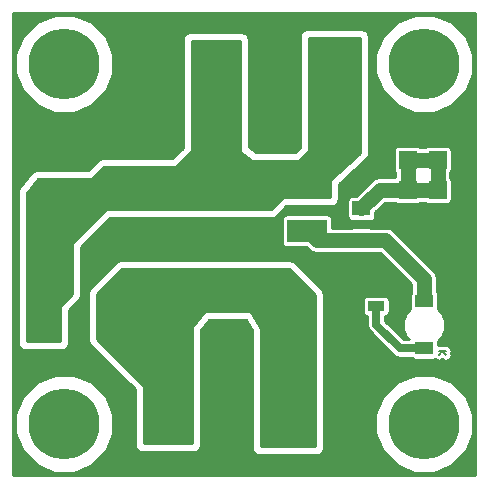
<source format=gbr>
G04 #@! TF.GenerationSoftware,KiCad,Pcbnew,(2017-02-05 revision 431abcf)-makepkg*
G04 #@! TF.CreationDate,2017-03-30T09:03:45+02:00*
G04 #@! TF.ProjectId,UNIPOWER06A,554E49504F5745523036412E6B696361,rev?*
G04 #@! TF.FileFunction,Copper,L2,Bot,Signal*
G04 #@! TF.FilePolarity,Positive*
%FSLAX46Y46*%
G04 Gerber Fmt 4.6, Leading zero omitted, Abs format (unit mm)*
G04 Created by KiCad (PCBNEW (2017-02-05 revision 431abcf)-makepkg) date 03/30/17 09:03:45*
%MOMM*%
%LPD*%
G01*
G04 APERTURE LIST*
%ADD10C,0.300000*%
%ADD11C,0.150000*%
%ADD12C,6.000000*%
%ADD13R,1.500000X1.300000*%
%ADD14R,3.000000X0.700000*%
%ADD15R,2.301240X2.499360*%
%ADD16R,3.810000X3.810000*%
%ADD17R,1.397000X0.889000*%
%ADD18R,1.500000X1.050000*%
%ADD19R,3.400000X1.900000*%
%ADD20R,1.524000X1.524000*%
%ADD21C,0.800000*%
%ADD22C,0.200000*%
%ADD23C,0.700000*%
%ADD24C,1.300000*%
%ADD25C,0.254000*%
G04 APERTURE END LIST*
D10*
D11*
X37066220Y11247120D02*
X37371020Y10927080D01*
X37081460Y11209020D02*
X36809680Y10934700D01*
X36809680Y11239500D02*
X37378640Y11244580D01*
D12*
X35560000Y35560000D03*
X35560000Y5080000D03*
X5080000Y35560000D03*
X5080000Y5080000D03*
D13*
X30226000Y20621000D03*
D14*
X30226000Y21971000D03*
D13*
X30226000Y23321000D03*
D15*
X5334000Y23759160D03*
X5334000Y28056840D03*
D16*
X13843000Y10414000D03*
X13843000Y5414000D03*
X18923000Y5414000D03*
X18923000Y10414000D03*
X24003000Y10414000D03*
X24003000Y5414000D03*
X29083000Y5414000D03*
X29083000Y10414000D03*
X17907000Y30480000D03*
X17907000Y35480000D03*
X12827000Y35480000D03*
X12827000Y30480000D03*
X22987000Y30480000D03*
X22987000Y35480000D03*
D17*
X31496000Y16954500D03*
X31496000Y15049500D03*
D18*
X35560000Y15462000D03*
X35560000Y11462000D03*
D19*
X25654000Y21418000D03*
X25654000Y25318000D03*
D16*
X28067000Y35480000D03*
X28067000Y30480000D03*
D20*
X36703000Y22352000D03*
X34163000Y22352000D03*
X36703000Y24892000D03*
X34163000Y24892000D03*
X36703000Y27432000D03*
X34163000Y27432000D03*
X36703000Y29972000D03*
X34163000Y29972000D03*
D21*
X31750000Y29210000D03*
X33020000Y31750000D03*
X32258000Y27686000D03*
X31242002Y27685998D03*
X38608000Y28448000D03*
X38608000Y29972000D03*
X38608000Y31242000D03*
X38608000Y22352000D03*
X38608000Y21082000D03*
X37846000Y20320000D03*
X36576000Y20320000D03*
X35306000Y20320000D03*
X27686000Y14732000D03*
X28702000Y14732000D03*
X29718000Y14732000D03*
X29718000Y13462000D03*
X28702000Y13462000D03*
X27686000Y13462000D03*
X14732000Y38608000D03*
X13716000Y38608000D03*
X12700000Y38608000D03*
X10668000Y38608000D03*
X24384000Y38608010D03*
X23368000Y38608000D03*
X22352000Y38608000D03*
X21336000Y33020000D03*
X22352000Y33020000D03*
X23368000Y33020000D03*
X24384000Y33020000D03*
X21336000Y38608000D03*
X8890012Y32004000D03*
X9906000Y32004006D03*
X8890000Y28194000D03*
X8890000Y29464000D03*
X8890000Y30734000D03*
X9906000Y30734000D03*
X9906000Y29464000D03*
X9906000Y28194000D03*
X14224000Y33020000D03*
X11176000Y33020000D03*
X12192000Y33020000D03*
X13208000Y32994000D03*
X11684000Y38608000D03*
X27432000Y2540000D03*
X28702000Y2540000D03*
X29972000Y2540000D03*
X30988000Y2540000D03*
X27432000Y7874000D03*
X28447994Y7874000D03*
X29718000Y7874000D03*
X30988000Y7874000D03*
X18288000Y2540000D03*
X19558000Y2540000D03*
X20574000Y2540000D03*
X20320000Y13208000D03*
X19304000Y13208000D03*
X18288000Y13208000D03*
X17272000Y13208000D03*
X17272000Y7874002D03*
X18288000Y7874000D03*
X19558000Y7874000D03*
X20574000Y7874000D03*
X17018000Y2540006D03*
X5334000Y20574000D03*
X4318000Y20574000D03*
X3302000Y20574000D03*
X2286000Y20574000D03*
X5334000Y19558000D03*
X4318000Y19558000D03*
X3302000Y19558000D03*
X2286000Y19558000D03*
X5334000Y16510000D03*
X5334000Y17526000D03*
X5334000Y18542000D03*
X4318000Y18542000D03*
X3302000Y18542000D03*
X2286000Y18542000D03*
X2286000Y17526000D03*
X3302000Y17526000D03*
X4318000Y17526000D03*
X4318000Y16510000D03*
X3302000Y16510000D03*
X2286000Y16510000D03*
X13208000Y13208000D03*
X12191980Y13208000D03*
X11176000Y12192000D03*
X11176000Y13208000D03*
X12192000Y15240000D03*
X12192000Y14224000D03*
X11176000Y14224000D03*
X14732000Y12954000D03*
X13970000Y13716000D03*
X13208000Y14478000D03*
X11176000Y15240000D03*
D22*
X31750000Y29718000D02*
X31750000Y29210000D01*
X32258000Y30226000D02*
X31750000Y29718000D01*
X32258000Y27686000D02*
X32258000Y30226000D01*
X33347000Y31750000D02*
X33020000Y31750000D01*
X34163000Y30934000D02*
X33347000Y31750000D01*
X34163000Y29972000D02*
X34163000Y30934000D01*
X38608000Y29972000D02*
X38608000Y28448000D01*
X36703000Y29972000D02*
X36703000Y30934000D01*
X36703000Y30934000D02*
X37011000Y31242000D01*
X37011000Y31242000D02*
X38608000Y31242000D01*
X37846000Y20320000D02*
X38608000Y21082000D01*
X35306000Y20320000D02*
X36576000Y20320000D01*
X28702000Y14732000D02*
X27686000Y14732000D01*
X29718000Y13462000D02*
X29718000Y14732000D01*
X27686000Y13462000D02*
X28702000Y13462000D01*
X12700000Y38608000D02*
X13716000Y38608000D01*
X11684000Y38608000D02*
X10668000Y38608000D01*
X24383990Y38608000D02*
X24384000Y38608010D01*
X23368000Y38608000D02*
X24383990Y38608000D01*
X21336000Y38608000D02*
X22352000Y38608000D01*
X22352000Y33020000D02*
X21336000Y33020000D01*
X24384000Y33020000D02*
X23368000Y33020000D01*
X8890000Y32003988D02*
X8890012Y32004000D01*
X8890000Y30734000D02*
X8890000Y32003988D01*
X9906000Y30734000D02*
X9906000Y32004006D01*
X8890000Y29464000D02*
X8890000Y28194000D01*
X9906000Y28194000D02*
X9906000Y29464000D01*
X14198000Y32994000D02*
X14224000Y33020000D01*
X13208000Y32994000D02*
X14198000Y32994000D01*
X13208000Y32994000D02*
X12218000Y32994000D01*
X12218000Y32994000D02*
X12192000Y33020000D01*
X12827000Y33375000D02*
X13208000Y32994000D01*
X12827000Y35480000D02*
X12827000Y33375000D01*
X30306000Y5414000D02*
X27831999Y2939999D01*
X30353000Y5414000D02*
X30306000Y5414000D01*
X27831999Y2939999D02*
X27432000Y2540000D01*
X29972000Y2540000D02*
X28702000Y2540000D01*
X30988000Y2540000D02*
X29972000Y2540000D01*
X28447994Y7874000D02*
X27432000Y7874000D01*
X30988000Y7874000D02*
X29718000Y7874000D01*
X19558000Y2540000D02*
X18288000Y2540000D01*
X19304000Y13208000D02*
X20320000Y13208000D01*
X17272000Y13208000D02*
X18288000Y13208000D01*
X17272002Y7874000D02*
X17272000Y7874002D01*
X18288000Y7874000D02*
X17272002Y7874000D01*
X17018000Y6604000D02*
X17888001Y7474001D01*
X17888001Y7474001D02*
X18288000Y7874000D01*
X17018000Y2540006D02*
X17018000Y6604000D01*
X19558000Y7874000D02*
X18288000Y7874000D01*
D10*
X4318000Y20574000D02*
X5334000Y20574000D01*
X2286000Y20574000D02*
X3302000Y20574000D01*
X4318000Y19558000D02*
X5334000Y19558000D01*
X2286000Y19558000D02*
X3302000Y19558000D01*
X5334000Y17526000D02*
X5334000Y16510000D01*
X4318000Y18542000D02*
X5334000Y18542000D01*
X2286000Y18542000D02*
X3302000Y18542000D01*
X3302000Y17526000D02*
X2286000Y17526000D01*
X4318000Y16510000D02*
X4318000Y17526000D01*
X2286000Y16510000D02*
X3302000Y16510000D01*
D23*
X33496000Y11462000D02*
X31496000Y13462000D01*
X31496000Y13462000D02*
X31496000Y15049500D01*
X35560000Y11462000D02*
X33496000Y11462000D01*
D24*
X30226000Y20621000D02*
X32276000Y20621000D01*
X32276000Y20621000D02*
X35560000Y17337000D01*
X35560000Y17337000D02*
X35560000Y15662001D01*
X25654000Y21418000D02*
X26451000Y20621000D01*
X26451000Y20621000D02*
X30226000Y20621000D01*
X36703000Y27432000D02*
X36703000Y24892000D01*
X34163000Y27432000D02*
X36703000Y27432000D01*
X34163000Y24892000D02*
X34163000Y27432000D01*
X34163000Y24892000D02*
X36703000Y24892000D01*
X30226000Y23321000D02*
X31797000Y24892000D01*
X31797000Y24892000D02*
X34163000Y24892000D01*
D10*
X12445980Y12954000D02*
X12191980Y13208000D01*
X14732000Y12954000D02*
X12445980Y12954000D01*
X11176000Y12757685D02*
X11176000Y12192000D01*
X10979685Y12954000D02*
X11176000Y12757685D01*
X11176000Y13208000D02*
X11176000Y12192000D01*
X10922000Y12954000D02*
X10979685Y12954000D01*
X11176000Y15240000D02*
X12192000Y15240000D01*
X11176000Y14224000D02*
X12192000Y14224000D01*
X13208000Y14478000D02*
X13970000Y13716000D01*
D25*
G36*
X39884000Y756000D02*
X756000Y756000D01*
X756000Y4262690D01*
X952285Y4262690D01*
X1579259Y2745296D01*
X2739190Y1583340D01*
X4255487Y953718D01*
X5897310Y952285D01*
X7414704Y1579259D01*
X8576660Y2739190D01*
X9206282Y4255487D01*
X9207715Y5897310D01*
X8580741Y7414704D01*
X7420810Y8576660D01*
X5904513Y9206282D01*
X4262690Y9207715D01*
X2745296Y8580741D01*
X1583340Y7420810D01*
X953718Y5904513D01*
X952285Y4262690D01*
X756000Y4262690D01*
X756000Y24638000D01*
X1143000Y24638000D01*
X1143000Y11938000D01*
X1191336Y11694996D01*
X1328987Y11488987D01*
X1534996Y11351336D01*
X1778000Y11303000D01*
X4826000Y11303000D01*
X5069004Y11351336D01*
X5275013Y11488987D01*
X5412664Y11694996D01*
X5461000Y11938000D01*
X5461000Y14722974D01*
X6291013Y15552987D01*
X6428664Y15758996D01*
X6477000Y16002000D01*
X6477000Y16129000D01*
X7112000Y16129000D01*
X7112000Y12192000D01*
X7160336Y11948996D01*
X7297987Y11742987D01*
X11049000Y7991974D01*
X11049000Y3302000D01*
X11097336Y3058996D01*
X11234987Y2852987D01*
X11440996Y2715336D01*
X11684000Y2667000D01*
X16002000Y2667000D01*
X16245004Y2715336D01*
X16451013Y2852987D01*
X16588664Y3058996D01*
X16637000Y3302000D01*
X16637000Y12985254D01*
X17323197Y13843000D01*
X20468469Y13843000D01*
X20955000Y13032115D01*
X20955000Y3048000D01*
X21003336Y2804996D01*
X21140987Y2598987D01*
X21346996Y2461336D01*
X21590000Y2413000D01*
X26416000Y2413000D01*
X26659004Y2461336D01*
X26865013Y2598987D01*
X27002664Y2804996D01*
X27051000Y3048000D01*
X27051000Y4262690D01*
X31432285Y4262690D01*
X32059259Y2745296D01*
X33219190Y1583340D01*
X34735487Y953718D01*
X36377310Y952285D01*
X37894704Y1579259D01*
X39056660Y2739190D01*
X39686282Y4255487D01*
X39687715Y5897310D01*
X39060741Y7414704D01*
X37900810Y8576660D01*
X36384513Y9206282D01*
X34742690Y9207715D01*
X33225296Y8580741D01*
X32063340Y7420810D01*
X31433718Y5904513D01*
X31432285Y4262690D01*
X27051000Y4262690D01*
X27051000Y16002000D01*
X27002664Y16245004D01*
X26865013Y16451013D01*
X24579013Y18737013D01*
X24373004Y18874664D01*
X24130000Y18923000D01*
X9906000Y18923000D01*
X9662996Y18874664D01*
X9456987Y18737013D01*
X7297987Y16578013D01*
X7160336Y16372004D01*
X7112000Y16129000D01*
X6477000Y16129000D01*
X6477000Y20056974D01*
X8788026Y22368000D01*
X23518635Y22368000D01*
X23518635Y20468000D01*
X23551775Y20301393D01*
X23646150Y20160150D01*
X23787393Y20065775D01*
X23954000Y20032635D01*
X25516257Y20032635D01*
X25689446Y19859446D01*
X26038850Y19625982D01*
X26451000Y19544000D01*
X29433946Y19544000D01*
X29476000Y19535635D01*
X30976000Y19535635D01*
X31018054Y19544000D01*
X31829892Y19544000D01*
X34483000Y16890892D01*
X34483000Y16266190D01*
X34407775Y16153607D01*
X34374635Y15987000D01*
X34374635Y14937000D01*
X34399102Y14813993D01*
X34054412Y14469904D01*
X33783310Y13817018D01*
X33782693Y13110084D01*
X34052655Y12456726D01*
X34270001Y12239000D01*
X33817844Y12239000D01*
X32273000Y13783844D01*
X32273000Y14185250D01*
X32361107Y14202775D01*
X32502350Y14297150D01*
X32596725Y14438393D01*
X32629865Y14605000D01*
X32629865Y15494000D01*
X32596725Y15660607D01*
X32502350Y15801850D01*
X32361107Y15896225D01*
X32194500Y15929365D01*
X30797500Y15929365D01*
X30630893Y15896225D01*
X30489650Y15801850D01*
X30395275Y15660607D01*
X30362135Y15494000D01*
X30362135Y14605000D01*
X30395275Y14438393D01*
X30489650Y14297150D01*
X30630893Y14202775D01*
X30719000Y14185250D01*
X30719000Y13462000D01*
X30778146Y13164655D01*
X30946578Y12912578D01*
X32946578Y10912578D01*
X33198655Y10744146D01*
X33496000Y10685000D01*
X34464832Y10685000D01*
X34502150Y10629150D01*
X34643393Y10534775D01*
X34810000Y10501635D01*
X36310000Y10501635D01*
X36476607Y10534775D01*
X36499111Y10549811D01*
X36619732Y10470024D01*
X36812015Y10432705D01*
X37003943Y10471811D01*
X37084850Y10526417D01*
X37167661Y10468114D01*
X37358780Y10425229D01*
X37551762Y10458746D01*
X37717227Y10563563D01*
X37829986Y10723721D01*
X37872871Y10914840D01*
X37846276Y11067965D01*
X37880620Y11249062D01*
X37840695Y11440820D01*
X37730425Y11602703D01*
X37566599Y11710065D01*
X37374158Y11746560D01*
X37100109Y11744113D01*
X37078460Y11748971D01*
X37047801Y11743646D01*
X36805198Y11741480D01*
X36745365Y11729022D01*
X36745365Y11987000D01*
X36720898Y12110007D01*
X37065588Y12454096D01*
X37336690Y13106982D01*
X37337307Y13813916D01*
X37067345Y14467274D01*
X36720953Y14814272D01*
X36745365Y14937000D01*
X36745365Y15987000D01*
X36712225Y16153607D01*
X36637000Y16266190D01*
X36637000Y17337000D01*
X36555018Y17749150D01*
X36321554Y18098554D01*
X33037554Y21382554D01*
X32688150Y21616018D01*
X32276000Y21698000D01*
X31018054Y21698000D01*
X30976000Y21706365D01*
X29476000Y21706365D01*
X29433946Y21698000D01*
X27789365Y21698000D01*
X27789365Y22368000D01*
X27756225Y22534607D01*
X27661850Y22675850D01*
X27520607Y22770225D01*
X27354000Y22803365D01*
X23954000Y22803365D01*
X23787393Y22770225D01*
X23646150Y22675850D01*
X23551775Y22534607D01*
X23518635Y22368000D01*
X8788026Y22368000D01*
X8899026Y22479000D01*
X22606000Y22479000D01*
X22849004Y22527336D01*
X23055013Y22664987D01*
X23885026Y23495000D01*
X27686000Y23495000D01*
X27929004Y23543336D01*
X28135013Y23680987D01*
X28272664Y23886996D01*
X28289373Y23971000D01*
X29040635Y23971000D01*
X29040635Y22671000D01*
X29073775Y22504393D01*
X29168150Y22363150D01*
X29309393Y22268775D01*
X29476000Y22235635D01*
X30976000Y22235635D01*
X31142607Y22268775D01*
X31283850Y22363150D01*
X31378225Y22504393D01*
X31411365Y22671000D01*
X31411365Y22983257D01*
X32243108Y23815000D01*
X33103851Y23815000D01*
X33234393Y23727775D01*
X33401000Y23694635D01*
X34925000Y23694635D01*
X35091607Y23727775D01*
X35222149Y23815000D01*
X35643851Y23815000D01*
X35774393Y23727775D01*
X35941000Y23694635D01*
X37465000Y23694635D01*
X37631607Y23727775D01*
X37772850Y23822150D01*
X37867225Y23963393D01*
X37900365Y24130000D01*
X37900365Y25654000D01*
X37867225Y25820607D01*
X37780000Y25951149D01*
X37780000Y26372851D01*
X37867225Y26503393D01*
X37900365Y26670000D01*
X37900365Y28194000D01*
X37867225Y28360607D01*
X37772850Y28501850D01*
X37631607Y28596225D01*
X37465000Y28629365D01*
X35941000Y28629365D01*
X35774393Y28596225D01*
X35643851Y28509000D01*
X35222149Y28509000D01*
X35091607Y28596225D01*
X34925000Y28629365D01*
X33401000Y28629365D01*
X33234393Y28596225D01*
X33093150Y28501850D01*
X32998775Y28360607D01*
X32965635Y28194000D01*
X32965635Y26670000D01*
X32998775Y26503393D01*
X33086000Y26372851D01*
X33086000Y25969000D01*
X31797000Y25969000D01*
X31384850Y25887018D01*
X31035446Y25653554D01*
X29788257Y24406365D01*
X29476000Y24406365D01*
X29309393Y24373225D01*
X29168150Y24278850D01*
X29073775Y24137607D01*
X29040635Y23971000D01*
X28289373Y23971000D01*
X28321000Y24130000D01*
X28321000Y25371194D01*
X30650793Y27468008D01*
X30812664Y27696996D01*
X30861000Y27940000D01*
X30861000Y34742690D01*
X31432285Y34742690D01*
X32059259Y33225296D01*
X33219190Y32063340D01*
X34735487Y31433718D01*
X36377310Y31432285D01*
X37894704Y32059259D01*
X39056660Y33219190D01*
X39686282Y34735487D01*
X39687715Y36377310D01*
X39060741Y37894704D01*
X37900810Y39056660D01*
X36384513Y39686282D01*
X34742690Y39687715D01*
X33225296Y39060741D01*
X32063340Y37900810D01*
X31433718Y36384513D01*
X31432285Y34742690D01*
X30861000Y34742690D01*
X30861000Y37846000D01*
X30812664Y38089004D01*
X30675013Y38295013D01*
X30469004Y38432664D01*
X30226000Y38481000D01*
X25654000Y38481000D01*
X25410996Y38432664D01*
X25204987Y38295013D01*
X25067336Y38089004D01*
X25019000Y37846000D01*
X25019000Y28457026D01*
X24628974Y28067000D01*
X21293667Y28067000D01*
X20701000Y28511500D01*
X20701000Y37592000D01*
X20652664Y37835004D01*
X20515013Y38041013D01*
X20309004Y38178664D01*
X20066000Y38227000D01*
X15748000Y38227000D01*
X15504996Y38178664D01*
X15298987Y38041013D01*
X15161336Y37835004D01*
X15113000Y37592000D01*
X15113000Y28457026D01*
X14214974Y27559000D01*
X8382000Y27559000D01*
X8138996Y27510664D01*
X7932987Y27373013D01*
X7102974Y26543000D01*
X2794000Y26543000D01*
X2487696Y26464240D01*
X2298148Y26304681D01*
X1282148Y25034681D01*
X1191336Y24881004D01*
X1143000Y24638000D01*
X756000Y24638000D01*
X756000Y34742690D01*
X952285Y34742690D01*
X1579259Y33225296D01*
X2739190Y32063340D01*
X4255487Y31433718D01*
X5897310Y31432285D01*
X7414704Y32059259D01*
X8576660Y33219190D01*
X9206282Y34735487D01*
X9207715Y36377310D01*
X8580741Y37894704D01*
X7420810Y39056660D01*
X5904513Y39686282D01*
X4262690Y39687715D01*
X2745296Y39060741D01*
X1583340Y37900810D01*
X953718Y36384513D01*
X952285Y34742690D01*
X756000Y34742690D01*
X756000Y39884000D01*
X39884000Y39884000D01*
X39884000Y756000D01*
X39884000Y756000D01*
G37*
X39884000Y756000D02*
X756000Y756000D01*
X756000Y4262690D01*
X952285Y4262690D01*
X1579259Y2745296D01*
X2739190Y1583340D01*
X4255487Y953718D01*
X5897310Y952285D01*
X7414704Y1579259D01*
X8576660Y2739190D01*
X9206282Y4255487D01*
X9207715Y5897310D01*
X8580741Y7414704D01*
X7420810Y8576660D01*
X5904513Y9206282D01*
X4262690Y9207715D01*
X2745296Y8580741D01*
X1583340Y7420810D01*
X953718Y5904513D01*
X952285Y4262690D01*
X756000Y4262690D01*
X756000Y24638000D01*
X1143000Y24638000D01*
X1143000Y11938000D01*
X1191336Y11694996D01*
X1328987Y11488987D01*
X1534996Y11351336D01*
X1778000Y11303000D01*
X4826000Y11303000D01*
X5069004Y11351336D01*
X5275013Y11488987D01*
X5412664Y11694996D01*
X5461000Y11938000D01*
X5461000Y14722974D01*
X6291013Y15552987D01*
X6428664Y15758996D01*
X6477000Y16002000D01*
X6477000Y16129000D01*
X7112000Y16129000D01*
X7112000Y12192000D01*
X7160336Y11948996D01*
X7297987Y11742987D01*
X11049000Y7991974D01*
X11049000Y3302000D01*
X11097336Y3058996D01*
X11234987Y2852987D01*
X11440996Y2715336D01*
X11684000Y2667000D01*
X16002000Y2667000D01*
X16245004Y2715336D01*
X16451013Y2852987D01*
X16588664Y3058996D01*
X16637000Y3302000D01*
X16637000Y12985254D01*
X17323197Y13843000D01*
X20468469Y13843000D01*
X20955000Y13032115D01*
X20955000Y3048000D01*
X21003336Y2804996D01*
X21140987Y2598987D01*
X21346996Y2461336D01*
X21590000Y2413000D01*
X26416000Y2413000D01*
X26659004Y2461336D01*
X26865013Y2598987D01*
X27002664Y2804996D01*
X27051000Y3048000D01*
X27051000Y4262690D01*
X31432285Y4262690D01*
X32059259Y2745296D01*
X33219190Y1583340D01*
X34735487Y953718D01*
X36377310Y952285D01*
X37894704Y1579259D01*
X39056660Y2739190D01*
X39686282Y4255487D01*
X39687715Y5897310D01*
X39060741Y7414704D01*
X37900810Y8576660D01*
X36384513Y9206282D01*
X34742690Y9207715D01*
X33225296Y8580741D01*
X32063340Y7420810D01*
X31433718Y5904513D01*
X31432285Y4262690D01*
X27051000Y4262690D01*
X27051000Y16002000D01*
X27002664Y16245004D01*
X26865013Y16451013D01*
X24579013Y18737013D01*
X24373004Y18874664D01*
X24130000Y18923000D01*
X9906000Y18923000D01*
X9662996Y18874664D01*
X9456987Y18737013D01*
X7297987Y16578013D01*
X7160336Y16372004D01*
X7112000Y16129000D01*
X6477000Y16129000D01*
X6477000Y20056974D01*
X8788026Y22368000D01*
X23518635Y22368000D01*
X23518635Y20468000D01*
X23551775Y20301393D01*
X23646150Y20160150D01*
X23787393Y20065775D01*
X23954000Y20032635D01*
X25516257Y20032635D01*
X25689446Y19859446D01*
X26038850Y19625982D01*
X26451000Y19544000D01*
X29433946Y19544000D01*
X29476000Y19535635D01*
X30976000Y19535635D01*
X31018054Y19544000D01*
X31829892Y19544000D01*
X34483000Y16890892D01*
X34483000Y16266190D01*
X34407775Y16153607D01*
X34374635Y15987000D01*
X34374635Y14937000D01*
X34399102Y14813993D01*
X34054412Y14469904D01*
X33783310Y13817018D01*
X33782693Y13110084D01*
X34052655Y12456726D01*
X34270001Y12239000D01*
X33817844Y12239000D01*
X32273000Y13783844D01*
X32273000Y14185250D01*
X32361107Y14202775D01*
X32502350Y14297150D01*
X32596725Y14438393D01*
X32629865Y14605000D01*
X32629865Y15494000D01*
X32596725Y15660607D01*
X32502350Y15801850D01*
X32361107Y15896225D01*
X32194500Y15929365D01*
X30797500Y15929365D01*
X30630893Y15896225D01*
X30489650Y15801850D01*
X30395275Y15660607D01*
X30362135Y15494000D01*
X30362135Y14605000D01*
X30395275Y14438393D01*
X30489650Y14297150D01*
X30630893Y14202775D01*
X30719000Y14185250D01*
X30719000Y13462000D01*
X30778146Y13164655D01*
X30946578Y12912578D01*
X32946578Y10912578D01*
X33198655Y10744146D01*
X33496000Y10685000D01*
X34464832Y10685000D01*
X34502150Y10629150D01*
X34643393Y10534775D01*
X34810000Y10501635D01*
X36310000Y10501635D01*
X36476607Y10534775D01*
X36499111Y10549811D01*
X36619732Y10470024D01*
X36812015Y10432705D01*
X37003943Y10471811D01*
X37084850Y10526417D01*
X37167661Y10468114D01*
X37358780Y10425229D01*
X37551762Y10458746D01*
X37717227Y10563563D01*
X37829986Y10723721D01*
X37872871Y10914840D01*
X37846276Y11067965D01*
X37880620Y11249062D01*
X37840695Y11440820D01*
X37730425Y11602703D01*
X37566599Y11710065D01*
X37374158Y11746560D01*
X37100109Y11744113D01*
X37078460Y11748971D01*
X37047801Y11743646D01*
X36805198Y11741480D01*
X36745365Y11729022D01*
X36745365Y11987000D01*
X36720898Y12110007D01*
X37065588Y12454096D01*
X37336690Y13106982D01*
X37337307Y13813916D01*
X37067345Y14467274D01*
X36720953Y14814272D01*
X36745365Y14937000D01*
X36745365Y15987000D01*
X36712225Y16153607D01*
X36637000Y16266190D01*
X36637000Y17337000D01*
X36555018Y17749150D01*
X36321554Y18098554D01*
X33037554Y21382554D01*
X32688150Y21616018D01*
X32276000Y21698000D01*
X31018054Y21698000D01*
X30976000Y21706365D01*
X29476000Y21706365D01*
X29433946Y21698000D01*
X27789365Y21698000D01*
X27789365Y22368000D01*
X27756225Y22534607D01*
X27661850Y22675850D01*
X27520607Y22770225D01*
X27354000Y22803365D01*
X23954000Y22803365D01*
X23787393Y22770225D01*
X23646150Y22675850D01*
X23551775Y22534607D01*
X23518635Y22368000D01*
X8788026Y22368000D01*
X8899026Y22479000D01*
X22606000Y22479000D01*
X22849004Y22527336D01*
X23055013Y22664987D01*
X23885026Y23495000D01*
X27686000Y23495000D01*
X27929004Y23543336D01*
X28135013Y23680987D01*
X28272664Y23886996D01*
X28289373Y23971000D01*
X29040635Y23971000D01*
X29040635Y22671000D01*
X29073775Y22504393D01*
X29168150Y22363150D01*
X29309393Y22268775D01*
X29476000Y22235635D01*
X30976000Y22235635D01*
X31142607Y22268775D01*
X31283850Y22363150D01*
X31378225Y22504393D01*
X31411365Y22671000D01*
X31411365Y22983257D01*
X32243108Y23815000D01*
X33103851Y23815000D01*
X33234393Y23727775D01*
X33401000Y23694635D01*
X34925000Y23694635D01*
X35091607Y23727775D01*
X35222149Y23815000D01*
X35643851Y23815000D01*
X35774393Y23727775D01*
X35941000Y23694635D01*
X37465000Y23694635D01*
X37631607Y23727775D01*
X37772850Y23822150D01*
X37867225Y23963393D01*
X37900365Y24130000D01*
X37900365Y25654000D01*
X37867225Y25820607D01*
X37780000Y25951149D01*
X37780000Y26372851D01*
X37867225Y26503393D01*
X37900365Y26670000D01*
X37900365Y28194000D01*
X37867225Y28360607D01*
X37772850Y28501850D01*
X37631607Y28596225D01*
X37465000Y28629365D01*
X35941000Y28629365D01*
X35774393Y28596225D01*
X35643851Y28509000D01*
X35222149Y28509000D01*
X35091607Y28596225D01*
X34925000Y28629365D01*
X33401000Y28629365D01*
X33234393Y28596225D01*
X33093150Y28501850D01*
X32998775Y28360607D01*
X32965635Y28194000D01*
X32965635Y26670000D01*
X32998775Y26503393D01*
X33086000Y26372851D01*
X33086000Y25969000D01*
X31797000Y25969000D01*
X31384850Y25887018D01*
X31035446Y25653554D01*
X29788257Y24406365D01*
X29476000Y24406365D01*
X29309393Y24373225D01*
X29168150Y24278850D01*
X29073775Y24137607D01*
X29040635Y23971000D01*
X28289373Y23971000D01*
X28321000Y24130000D01*
X28321000Y25371194D01*
X30650793Y27468008D01*
X30812664Y27696996D01*
X30861000Y27940000D01*
X30861000Y34742690D01*
X31432285Y34742690D01*
X32059259Y33225296D01*
X33219190Y32063340D01*
X34735487Y31433718D01*
X36377310Y31432285D01*
X37894704Y32059259D01*
X39056660Y33219190D01*
X39686282Y34735487D01*
X39687715Y36377310D01*
X39060741Y37894704D01*
X37900810Y39056660D01*
X36384513Y39686282D01*
X34742690Y39687715D01*
X33225296Y39060741D01*
X32063340Y37900810D01*
X31433718Y36384513D01*
X31432285Y34742690D01*
X30861000Y34742690D01*
X30861000Y37846000D01*
X30812664Y38089004D01*
X30675013Y38295013D01*
X30469004Y38432664D01*
X30226000Y38481000D01*
X25654000Y38481000D01*
X25410996Y38432664D01*
X25204987Y38295013D01*
X25067336Y38089004D01*
X25019000Y37846000D01*
X25019000Y28457026D01*
X24628974Y28067000D01*
X21293667Y28067000D01*
X20701000Y28511500D01*
X20701000Y37592000D01*
X20652664Y37835004D01*
X20515013Y38041013D01*
X20309004Y38178664D01*
X20066000Y38227000D01*
X15748000Y38227000D01*
X15504996Y38178664D01*
X15298987Y38041013D01*
X15161336Y37835004D01*
X15113000Y37592000D01*
X15113000Y28457026D01*
X14214974Y27559000D01*
X8382000Y27559000D01*
X8138996Y27510664D01*
X7932987Y27373013D01*
X7102974Y26543000D01*
X2794000Y26543000D01*
X2487696Y26464240D01*
X2298148Y26304681D01*
X1282148Y25034681D01*
X1191336Y24881004D01*
X1143000Y24638000D01*
X756000Y24638000D01*
X756000Y34742690D01*
X952285Y34742690D01*
X1579259Y33225296D01*
X2739190Y32063340D01*
X4255487Y31433718D01*
X5897310Y31432285D01*
X7414704Y32059259D01*
X8576660Y33219190D01*
X9206282Y34735487D01*
X9207715Y36377310D01*
X8580741Y37894704D01*
X7420810Y39056660D01*
X5904513Y39686282D01*
X4262690Y39687715D01*
X2745296Y39060741D01*
X1583340Y37900810D01*
X953718Y36384513D01*
X952285Y34742690D01*
X756000Y34742690D01*
X756000Y39884000D01*
X39884000Y39884000D01*
X39884000Y756000D01*
G36*
X26289000Y15949394D02*
X26289000Y3175000D01*
X21717000Y3175000D01*
X21717000Y13208000D01*
X21698902Y13273341D01*
X20936902Y14543341D01*
X20903607Y14580042D01*
X20858802Y14601208D01*
X20828000Y14605000D01*
X17018000Y14605000D01*
X16969399Y14595333D01*
X16918830Y14557336D01*
X15902830Y13287336D01*
X15880018Y13243346D01*
X15875000Y13208000D01*
X15875000Y3429000D01*
X11811000Y3429000D01*
X11811000Y8255000D01*
X11801333Y8303601D01*
X11773803Y8344803D01*
X7874000Y12244606D01*
X7874000Y16076394D01*
X9958606Y18161000D01*
X24077394Y18161000D01*
X26289000Y15949394D01*
X26289000Y15949394D01*
G37*
X26289000Y15949394D02*
X26289000Y3175000D01*
X21717000Y3175000D01*
X21717000Y13208000D01*
X21698902Y13273341D01*
X20936902Y14543341D01*
X20903607Y14580042D01*
X20858802Y14601208D01*
X20828000Y14605000D01*
X17018000Y14605000D01*
X16969399Y14595333D01*
X16918830Y14557336D01*
X15902830Y13287336D01*
X15880018Y13243346D01*
X15875000Y13208000D01*
X15875000Y3429000D01*
X11811000Y3429000D01*
X11811000Y8255000D01*
X11801333Y8303601D01*
X11773803Y8344803D01*
X7874000Y12244606D01*
X7874000Y16076394D01*
X9958606Y18161000D01*
X24077394Y18161000D01*
X26289000Y15949394D01*
G36*
X30099000Y27996561D02*
X27601041Y25748398D01*
X27571384Y25708700D01*
X27559000Y25654000D01*
X27559000Y24257000D01*
X23622000Y24257000D01*
X23573399Y24247333D01*
X23532197Y24219803D01*
X22553394Y23241000D01*
X8636000Y23241000D01*
X8587399Y23231333D01*
X8546197Y23203803D01*
X5752197Y20409803D01*
X5724667Y20368601D01*
X5715000Y20320000D01*
X5715000Y16054606D01*
X4736197Y15075803D01*
X4708667Y15034601D01*
X4699000Y14986000D01*
X4699000Y12065000D01*
X1905000Y12065000D01*
X1905000Y24593452D01*
X2855039Y25781000D01*
X7366000Y25781000D01*
X7414601Y25790667D01*
X7455803Y25818197D01*
X8434606Y26797000D01*
X14478000Y26797000D01*
X14526601Y26806667D01*
X14567803Y26834197D01*
X15837803Y28104197D01*
X15865333Y28145399D01*
X15875000Y28194000D01*
X15875000Y37465000D01*
X19939000Y37465000D01*
X19939000Y28194000D01*
X19948667Y28145399D01*
X19989800Y28092400D01*
X21005800Y27330400D01*
X21050481Y27308973D01*
X21082000Y27305000D01*
X24892000Y27305000D01*
X24940601Y27314667D01*
X24981803Y27342197D01*
X25743803Y28104197D01*
X25771333Y28145399D01*
X25781000Y28194000D01*
X25781000Y37719000D01*
X30099000Y37719000D01*
X30099000Y27996561D01*
X30099000Y27996561D01*
G37*
X30099000Y27996561D02*
X27601041Y25748398D01*
X27571384Y25708700D01*
X27559000Y25654000D01*
X27559000Y24257000D01*
X23622000Y24257000D01*
X23573399Y24247333D01*
X23532197Y24219803D01*
X22553394Y23241000D01*
X8636000Y23241000D01*
X8587399Y23231333D01*
X8546197Y23203803D01*
X5752197Y20409803D01*
X5724667Y20368601D01*
X5715000Y20320000D01*
X5715000Y16054606D01*
X4736197Y15075803D01*
X4708667Y15034601D01*
X4699000Y14986000D01*
X4699000Y12065000D01*
X1905000Y12065000D01*
X1905000Y24593452D01*
X2855039Y25781000D01*
X7366000Y25781000D01*
X7414601Y25790667D01*
X7455803Y25818197D01*
X8434606Y26797000D01*
X14478000Y26797000D01*
X14526601Y26806667D01*
X14567803Y26834197D01*
X15837803Y28104197D01*
X15865333Y28145399D01*
X15875000Y28194000D01*
X15875000Y37465000D01*
X19939000Y37465000D01*
X19939000Y28194000D01*
X19948667Y28145399D01*
X19989800Y28092400D01*
X21005800Y27330400D01*
X21050481Y27308973D01*
X21082000Y27305000D01*
X24892000Y27305000D01*
X24940601Y27314667D01*
X24981803Y27342197D01*
X25743803Y28104197D01*
X25771333Y28145399D01*
X25781000Y28194000D01*
X25781000Y37719000D01*
X30099000Y37719000D01*
X30099000Y27996561D01*
M02*

</source>
